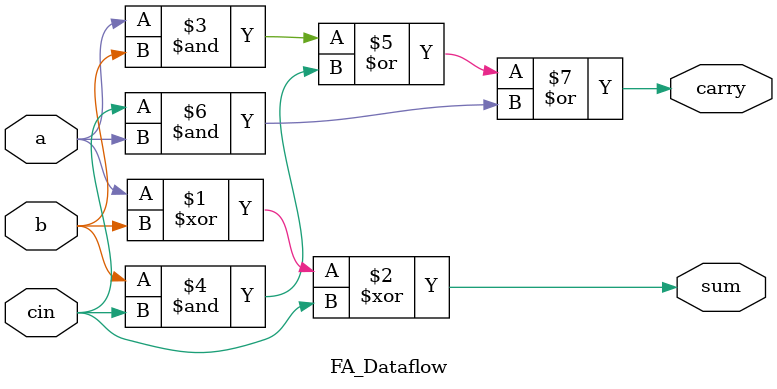
<source format=v>
`timescale 1ns / 1ps


module FA_Dataflow(input a,b,cin,output sum,carry);
assign sum=a^b^cin;
assign carry=(a&b)|(b&cin)|(cin&a);
endmodule

</source>
